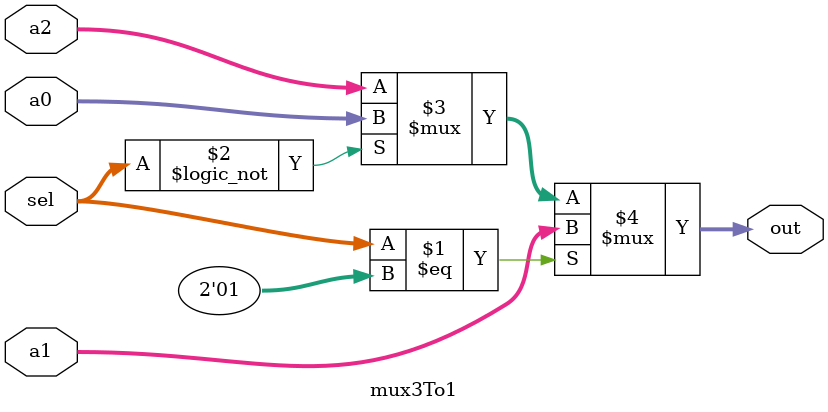
<source format=v>
module mux3To1 (sel,a0, a1 , a2,out);
    input[1:0] sel;
    input[31:0] a0, a1 , a2;
    output[31:0] out;
    assign out = (sel==2'b01) ? a1 : (sel==2'b00)? a0 : a2;
endmodule

</source>
